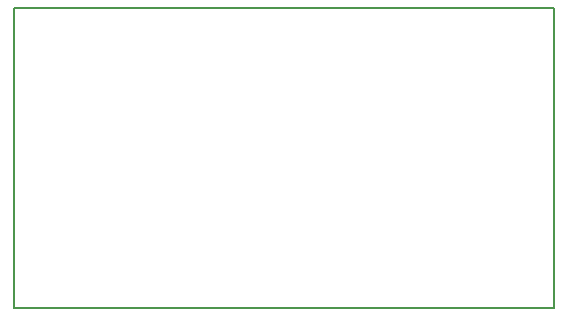
<source format=gbr>
%FSLAX23Y23*%
%MOIN*%
G04 EasyPC Gerber Version 16.0.6 Build 3249 *
%ADD10C,0.00500*%
X0Y0D02*
D02*
D10*
X3Y115D02*
X1803D01*
Y1115*
X3*
Y115*
X0Y0D02*
M02*

</source>
